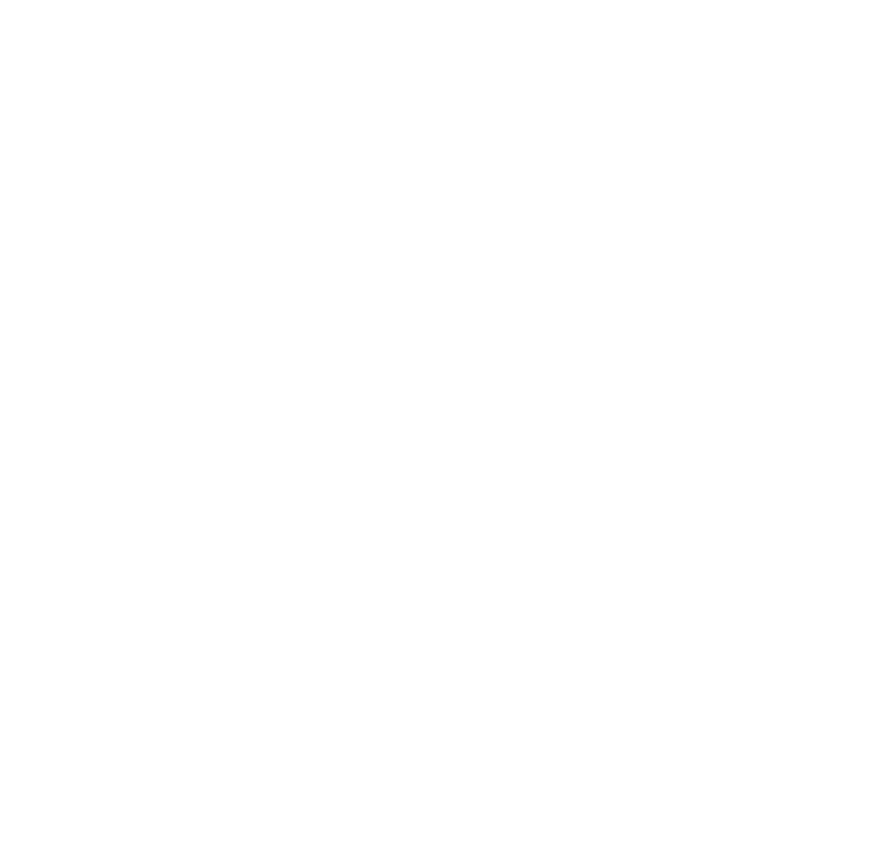
<source format=gtl>
%MOIN*%
%FSLAX34Y34*%
%ADD10C,0.0960*%
%ADD11R,0.0960X0.0960*%
%ADD12R,0.0960X0.0300*%
%ADD13R,0.0300X0.0960*%

G04 Tests the Gerber spec, section 2.4 - Stroking *
G04 Relevant wording from the sections follows: *
G04 "The only apertures allowed stroking are the solid circle and the solid rectangle standard *
G04 apertures (line segments only for the rectangle)." *
G04 *
G04 "Note: The rectangle is not automatically rotated to align with the draw." *
G04 *
G04 Note that no D03 commands are used, instead: *
G04 "Zero-length arcs and draws are allowed. The resulting image is the same as the flashed *
G04  aperture. Hower, the graphics object is a draw or arc, not a flash." *

G01*
D10*
X10000Y2000D02*
X10000Y2000D01*
X10000Y5000D02*
Y21000D01*
X30000D01*
G03*
G74*
X32500Y23500J2500D01*
X30000Y26000I-2500D01*
G75* 
G02*
X25000Y21000J-5000D01*
G74*
X30000Y23500D02*
X30000Y23500J-5000D01*

G01*
D11*
X12000Y2000D02*
X12000Y2000D01*
X12000Y5000D02*
Y19000D01*
X20000D01*

G01*
D12*
X14000Y2000D02*
X14000Y2000D01*
X14000Y5000D02*
Y17000D01*
X20000D01*

G01*
D13*
X16000Y2000D02*
X16000Y2000D01*
X16000Y5000D02*
Y15000D01*
X20000D01*
M02*

</source>
